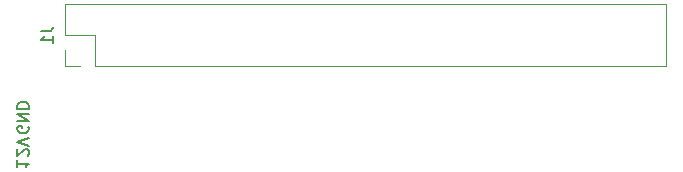
<source format=gbo>
G04 #@! TF.GenerationSoftware,KiCad,Pcbnew,(6.0.9-0)*
G04 #@! TF.CreationDate,2024-08-31T06:56:55+09:00*
G04 #@! TF.ProjectId,LEDHat,4c454448-6174-42e6-9b69-6361645f7063,rev?*
G04 #@! TF.SameCoordinates,Original*
G04 #@! TF.FileFunction,Legend,Bot*
G04 #@! TF.FilePolarity,Positive*
%FSLAX46Y46*%
G04 Gerber Fmt 4.6, Leading zero omitted, Abs format (unit mm)*
G04 Created by KiCad (PCBNEW (6.0.9-0)) date 2024-08-31 06:56:55*
%MOMM*%
%LPD*%
G01*
G04 APERTURE LIST*
G04 Aperture macros list*
%AMRoundRect*
0 Rectangle with rounded corners*
0 $1 Rounding radius*
0 $2 $3 $4 $5 $6 $7 $8 $9 X,Y pos of 4 corners*
0 Add a 4 corners polygon primitive as box body*
4,1,4,$2,$3,$4,$5,$6,$7,$8,$9,$2,$3,0*
0 Add four circle primitives for the rounded corners*
1,1,$1+$1,$2,$3*
1,1,$1+$1,$4,$5*
1,1,$1+$1,$6,$7*
1,1,$1+$1,$8,$9*
0 Add four rect primitives between the rounded corners*
20,1,$1+$1,$2,$3,$4,$5,0*
20,1,$1+$1,$4,$5,$6,$7,0*
20,1,$1+$1,$6,$7,$8,$9,0*
20,1,$1+$1,$8,$9,$2,$3,0*%
G04 Aperture macros list end*
%ADD10C,0.150000*%
%ADD11C,0.120000*%
%ADD12C,2.700000*%
%ADD13C,3.200000*%
%ADD14RoundRect,0.450000X0.450000X-0.450000X0.450000X0.450000X-0.450000X0.450000X-0.450000X-0.450000X0*%
%ADD15C,1.800000*%
%ADD16O,1.700000X1.700000*%
%ADD17R,1.700000X1.700000*%
%ADD18C,1.600000*%
%ADD19O,1.600000X1.600000*%
G04 APERTURE END LIST*
D10*
X53047619Y-74119047D02*
X53047619Y-74690476D01*
X53047619Y-74404761D02*
X54047619Y-74404761D01*
X53904761Y-74500000D01*
X53809523Y-74595238D01*
X53761904Y-74690476D01*
X53952380Y-73738095D02*
X54000000Y-73690476D01*
X54047619Y-73595238D01*
X54047619Y-73357142D01*
X54000000Y-73261904D01*
X53952380Y-73214285D01*
X53857142Y-73166666D01*
X53761904Y-73166666D01*
X53619047Y-73214285D01*
X53047619Y-73785714D01*
X53047619Y-73166666D01*
X54047619Y-72880952D02*
X53047619Y-72547619D01*
X54047619Y-72214285D01*
X54000000Y-71261904D02*
X54047619Y-71357142D01*
X54047619Y-71500000D01*
X54000000Y-71642857D01*
X53904761Y-71738095D01*
X53809523Y-71785714D01*
X53619047Y-71833333D01*
X53476190Y-71833333D01*
X53285714Y-71785714D01*
X53190476Y-71738095D01*
X53095238Y-71642857D01*
X53047619Y-71500000D01*
X53047619Y-71404761D01*
X53095238Y-71261904D01*
X53142857Y-71214285D01*
X53476190Y-71214285D01*
X53476190Y-71404761D01*
X53047619Y-70785714D02*
X54047619Y-70785714D01*
X53047619Y-70214285D01*
X54047619Y-70214285D01*
X53047619Y-69738095D02*
X54047619Y-69738095D01*
X54047619Y-69500000D01*
X54000000Y-69357142D01*
X53904761Y-69261904D01*
X53809523Y-69214285D01*
X53619047Y-69166666D01*
X53476190Y-69166666D01*
X53285714Y-69214285D01*
X53190476Y-69261904D01*
X53095238Y-69357142D01*
X53047619Y-69500000D01*
X53047619Y-69738095D01*
X55082380Y-63186666D02*
X55796666Y-63186666D01*
X55939523Y-63139047D01*
X56034761Y-63043809D01*
X56082380Y-62900952D01*
X56082380Y-62805714D01*
X56082380Y-64186666D02*
X56082380Y-63615238D01*
X56082380Y-63900952D02*
X55082380Y-63900952D01*
X55225238Y-63805714D01*
X55320476Y-63710476D01*
X55368095Y-63615238D01*
D11*
X107990000Y-60920000D02*
X107990000Y-66120000D01*
X57070000Y-60920000D02*
X107990000Y-60920000D01*
X57070000Y-60920000D02*
X57070000Y-63520000D01*
X59670000Y-63520000D02*
X59670000Y-66120000D01*
X57070000Y-64790000D02*
X57070000Y-66120000D01*
X57070000Y-63520000D02*
X59670000Y-63520000D01*
X59670000Y-66120000D02*
X107990000Y-66120000D01*
X57070000Y-66120000D02*
X58400000Y-66120000D01*
%LPC*%
D12*
X97500000Y-78000000D03*
D13*
X111500000Y-112500000D03*
D12*
X97500000Y-110000000D03*
D13*
X111500000Y-63500000D03*
D14*
X109740000Y-103910000D03*
D15*
X111264000Y-102132000D03*
X109740000Y-100608000D03*
X111264000Y-99084000D03*
D12*
X65500000Y-110000000D03*
D16*
X61375000Y-70735000D03*
D17*
X61375000Y-73275000D03*
D18*
X52000000Y-103810000D03*
D19*
X52000000Y-96190000D03*
D12*
X65500000Y-78000000D03*
D18*
X53500000Y-79500000D03*
D19*
X53500000Y-87120000D03*
D13*
X53500000Y-112500000D03*
X53500000Y-63500000D03*
D17*
X58400000Y-64790000D03*
D16*
X58400000Y-62250000D03*
X60940000Y-64790000D03*
X60940000Y-62250000D03*
X63480000Y-64790000D03*
X63480000Y-62250000D03*
X66020000Y-64790000D03*
X66020000Y-62250000D03*
X68560000Y-64790000D03*
X68560000Y-62250000D03*
X71100000Y-64790000D03*
X71100000Y-62250000D03*
X73640000Y-64790000D03*
X73640000Y-62250000D03*
X76180000Y-64790000D03*
X76180000Y-62250000D03*
X78720000Y-64790000D03*
X78720000Y-62250000D03*
X81260000Y-64790000D03*
X81260000Y-62250000D03*
X83800000Y-64790000D03*
X83800000Y-62250000D03*
X86340000Y-64790000D03*
X86340000Y-62250000D03*
X88880000Y-64790000D03*
X88880000Y-62250000D03*
X91420000Y-64790000D03*
X91420000Y-62250000D03*
X93960000Y-64790000D03*
X93960000Y-62250000D03*
X96500000Y-64790000D03*
X96500000Y-62250000D03*
X99040000Y-64790000D03*
X99040000Y-62250000D03*
X101580000Y-64790000D03*
X101580000Y-62250000D03*
X104120000Y-64790000D03*
X104120000Y-62250000D03*
X106660000Y-64790000D03*
X106660000Y-62250000D03*
M02*

</source>
